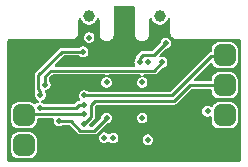
<source format=gbr>
%TF.GenerationSoftware,KiCad,Pcbnew,7.0.2-6a45011f42~172~ubuntu22.04.1*%
%TF.CreationDate,2023-05-29T23:15:52+12:00*%
%TF.ProjectId,THE_BRAWN-20A_LOGIC,5448455f-4252-4415-974e-2d3230415f4c,v2.0*%
%TF.SameCoordinates,Original*%
%TF.FileFunction,Copper,L2,Inr*%
%TF.FilePolarity,Positive*%
%FSLAX46Y46*%
G04 Gerber Fmt 4.6, Leading zero omitted, Abs format (unit mm)*
G04 Created by KiCad (PCBNEW 7.0.2-6a45011f42~172~ubuntu22.04.1) date 2023-05-29 23:15:52*
%MOMM*%
%LPD*%
G01*
G04 APERTURE LIST*
G04 Aperture macros list*
%AMRoundRect*
0 Rectangle with rounded corners*
0 $1 Rounding radius*
0 $2 $3 $4 $5 $6 $7 $8 $9 X,Y pos of 4 corners*
0 Add a 4 corners polygon primitive as box body*
4,1,4,$2,$3,$4,$5,$6,$7,$8,$9,$2,$3,0*
0 Add four circle primitives for the rounded corners*
1,1,$1+$1,$2,$3*
1,1,$1+$1,$4,$5*
1,1,$1+$1,$6,$7*
1,1,$1+$1,$8,$9*
0 Add four rect primitives between the rounded corners*
20,1,$1+$1,$2,$3,$4,$5,0*
20,1,$1+$1,$4,$5,$6,$7,0*
20,1,$1+$1,$6,$7,$8,$9,0*
20,1,$1+$1,$8,$9,$2,$3,0*%
G04 Aperture macros list end*
%TA.AperFunction,ComponentPad*%
%ADD10C,1.000000*%
%TD*%
%TA.AperFunction,ComponentPad*%
%ADD11RoundRect,0.450000X-0.450000X-0.450000X0.450000X-0.450000X0.450000X0.450000X-0.450000X0.450000X0*%
%TD*%
%TA.AperFunction,ViaPad*%
%ADD12C,0.500000*%
%TD*%
%TA.AperFunction,Conductor*%
%ADD13C,0.250000*%
%TD*%
G04 APERTURE END LIST*
D10*
%TO.N,GND*%
%TO.C,H3*%
X145500000Y-152200000D03*
%TD*%
%TO.N,/SIGNAL*%
%TO.C,H2*%
X142500000Y-152200000D03*
%TD*%
D11*
%TO.N,GND*%
%TO.C,J2*%
X137000000Y-155500000D03*
X137000000Y-158040000D03*
%TO.N,/A_FET_N2*%
X137000000Y-160580000D03*
%TO.N,/A_FET_N1*%
X137000000Y-163120000D03*
%TD*%
D10*
%TO.N,/INVERT*%
%TO.C,H1*%
X148500000Y-152200000D03*
%TD*%
D11*
%TO.N,/A_FET_N1_HS*%
%TO.C,J1*%
X154000000Y-155500000D03*
%TO.N,/A_FET_N2_HS*%
X154000000Y-158040000D03*
%TO.N,VCC*%
X154000000Y-160580000D03*
%TO.N,GND*%
X154000000Y-163120000D03*
%TD*%
D12*
%TO.N,GND*%
X136150000Y-159300000D03*
X145500000Y-160000000D03*
X152600000Y-158600000D03*
X154875000Y-161850000D03*
X154875000Y-159300000D03*
X137822216Y-161851125D03*
X153075000Y-156775000D03*
X137875000Y-159325000D03*
X137850000Y-156775000D03*
X144850000Y-153500000D03*
X148700000Y-161300000D03*
X149150000Y-153650000D03*
X142300000Y-156100000D03*
X153125000Y-161850000D03*
X142350000Y-157500000D03*
X152300000Y-163300000D03*
X154900000Y-156754538D03*
X139650000Y-157750000D03*
X146150000Y-153500000D03*
X147850000Y-153649502D03*
X140375500Y-163150500D03*
X152200000Y-161800000D03*
X146000000Y-162400000D03*
X143124500Y-153649502D03*
X152300000Y-155000000D03*
X148400000Y-157500000D03*
X136150000Y-156775000D03*
X138600000Y-155200000D03*
X141850000Y-153649502D03*
X136150000Y-161850000D03*
%TO.N,+3.3V*%
X147000000Y-160800000D03*
X152550000Y-160250000D03*
%TO.N,/SIGNAL*%
X142519435Y-154000498D03*
X147500000Y-162650000D03*
%TO.N,/LED_GREEN*%
X148700000Y-156100000D03*
X143800864Y-162472567D03*
X138799500Y-157982621D03*
%TO.N,/nRST*%
X147000000Y-157800000D03*
%TO.N,/A_FET_N1*%
X142100000Y-159700000D03*
X138343800Y-159925500D03*
%TO.N,/A_FET_N1_HS*%
X142100000Y-158900000D03*
%TO.N,/LED_RED*%
X142000498Y-155193502D03*
X138396298Y-158858575D03*
X144550000Y-162500000D03*
%TO.N,/V_BATT*%
X147505452Y-156100004D03*
%TO.N,/SWDIO*%
X144000000Y-157800000D03*
%TO.N,/SWDCLK*%
X139974500Y-161074500D03*
X144000000Y-160800000D03*
%TO.N,/A_FET_N2_HS*%
X142075000Y-161300000D03*
%TO.N,/A_FET_N2*%
X142100000Y-160500000D03*
%TO.N,/INVERT*%
X148999500Y-154494000D03*
X146805950Y-156099502D03*
%TD*%
D13*
%TO.N,/LED_GREEN*%
X139274569Y-156800000D02*
X138799500Y-157275069D01*
X148700000Y-156100000D02*
X148000000Y-156800000D01*
X138799500Y-157899500D02*
X138900000Y-158000000D01*
X138799500Y-157275069D02*
X138799500Y-157899500D01*
X148000000Y-156800000D02*
X139274569Y-156800000D01*
%TO.N,/A_FET_N1*%
X141650000Y-159700000D02*
X142100000Y-159700000D01*
X141424500Y-159925500D02*
X141650000Y-159700000D01*
X138343800Y-159925500D02*
X141424500Y-159925500D01*
%TO.N,/A_FET_N1_HS*%
X154000000Y-155500000D02*
X153925000Y-155575000D01*
X152875000Y-155575000D02*
X149550000Y-158900000D01*
X149550000Y-158900000D02*
X142100000Y-158900000D01*
X153925000Y-155575000D02*
X152875000Y-155575000D01*
%TO.N,/LED_RED*%
X138225000Y-158388173D02*
X138225000Y-157213173D01*
X140244671Y-155193502D02*
X142000498Y-155193502D01*
X138396298Y-158858575D02*
X138396298Y-158559471D01*
X138396298Y-158559471D02*
X138225000Y-158388173D01*
X138225000Y-157213173D02*
X140244671Y-155193502D01*
%TO.N,/SWDCLK*%
X140974500Y-161074500D02*
X141775000Y-161875000D01*
X139974500Y-161074500D02*
X140974500Y-161074500D01*
X142925000Y-161875000D02*
X144000000Y-160800000D01*
X141775000Y-161875000D02*
X142925000Y-161875000D01*
%TO.N,/A_FET_N2_HS*%
X142675000Y-160738173D02*
X142675000Y-159675000D01*
X142675000Y-159675000D02*
X143000000Y-159350000D01*
X142075000Y-161300000D02*
X142113173Y-161300000D01*
X151061396Y-158025000D02*
X153985000Y-158025000D01*
X143000000Y-159350000D02*
X149736396Y-159350000D01*
X149736396Y-159350000D02*
X151061396Y-158025000D01*
X153985000Y-158025000D02*
X154000000Y-158040000D01*
X142113173Y-161300000D02*
X142675000Y-160738173D01*
%TO.N,/A_FET_N2*%
X142100000Y-160500000D02*
X137080000Y-160500000D01*
%TO.N,/INVERT*%
X146805950Y-155700852D02*
X146805950Y-156099502D01*
X148043500Y-155450000D02*
X147056802Y-155450000D01*
X147056802Y-155450000D02*
X146805950Y-155700852D01*
X148999500Y-154494000D02*
X148043500Y-155450000D01*
%TD*%
%TA.AperFunction,Conductor*%
%TO.N,GND*%
G36*
X146342539Y-151320185D02*
G01*
X146388294Y-151372989D01*
X146399500Y-151424500D01*
X146399500Y-153767660D01*
X146429610Y-153899587D01*
X146472135Y-153987888D01*
X146488325Y-154021507D01*
X146572695Y-154127305D01*
X146678493Y-154211675D01*
X146753787Y-154247935D01*
X146800412Y-154270389D01*
X146932339Y-154300500D01*
X146932340Y-154300500D01*
X147067661Y-154300500D01*
X147133623Y-154285444D01*
X147199588Y-154270389D01*
X147321507Y-154211675D01*
X147427305Y-154127305D01*
X147511675Y-154021507D01*
X147570389Y-153899588D01*
X147600500Y-153767660D01*
X147600500Y-153700000D01*
X147600500Y-153673071D01*
X147600500Y-152480298D01*
X147620185Y-152413259D01*
X147672989Y-152367504D01*
X147742147Y-152357560D01*
X147805703Y-152386585D01*
X147840442Y-152436327D01*
X147875182Y-152527930D01*
X147971815Y-152667927D01*
X147971816Y-152667928D01*
X147971817Y-152667929D01*
X148099148Y-152780734D01*
X148249775Y-152859790D01*
X148414944Y-152900500D01*
X148414945Y-152900500D01*
X148585055Y-152900500D01*
X148585056Y-152900500D01*
X148750225Y-152859790D01*
X148900852Y-152780734D01*
X149028183Y-152667929D01*
X149124818Y-152527930D01*
X149159558Y-152436326D01*
X149201735Y-152380625D01*
X149267333Y-152356567D01*
X149335523Y-152371794D01*
X149384657Y-152421469D01*
X149399500Y-152480298D01*
X149399500Y-153617660D01*
X149429610Y-153749587D01*
X149488324Y-153871505D01*
X149488325Y-153871507D01*
X149572695Y-153977305D01*
X149678493Y-154061675D01*
X149800411Y-154120389D01*
X149800412Y-154120389D01*
X149932339Y-154150500D01*
X149932340Y-154150500D01*
X149984083Y-154150500D01*
X155275500Y-154150500D01*
X155342539Y-154170185D01*
X155388294Y-154222989D01*
X155399500Y-154274500D01*
X155399500Y-164375500D01*
X155379815Y-164442539D01*
X155327011Y-164488294D01*
X155275500Y-164499500D01*
X135724500Y-164499500D01*
X135657461Y-164479815D01*
X135611706Y-164427011D01*
X135600500Y-164375500D01*
X135600500Y-163635694D01*
X135899500Y-163635694D01*
X135899690Y-163638114D01*
X135899691Y-163638128D01*
X135902402Y-163672572D01*
X135948255Y-163830397D01*
X135948256Y-163830398D01*
X136031919Y-163971865D01*
X136148135Y-164088081D01*
X136289601Y-164171744D01*
X136289602Y-164171744D01*
X136447427Y-164217597D01*
X136447431Y-164217598D01*
X136484306Y-164220500D01*
X136486751Y-164220500D01*
X137513249Y-164220500D01*
X137515694Y-164220500D01*
X137552569Y-164217598D01*
X137710398Y-164171744D01*
X137851865Y-164088081D01*
X137968081Y-163971865D01*
X138051744Y-163830398D01*
X138097598Y-163672569D01*
X138100500Y-163635694D01*
X138100500Y-162604306D01*
X138097598Y-162567431D01*
X138070037Y-162472567D01*
X143345731Y-162472567D01*
X143364166Y-162600793D01*
X143417982Y-162718631D01*
X143441752Y-162746063D01*
X143502815Y-162816534D01*
X143531504Y-162834971D01*
X143611795Y-162886572D01*
X143736091Y-162923067D01*
X143736092Y-162923067D01*
X143865637Y-162923067D01*
X143957605Y-162896063D01*
X143989933Y-162886571D01*
X144091557Y-162821261D01*
X144158590Y-162801578D01*
X144225630Y-162821262D01*
X144251497Y-162843675D01*
X144360931Y-162914005D01*
X144485227Y-162950500D01*
X144485228Y-162950500D01*
X144614773Y-162950500D01*
X144739068Y-162914005D01*
X144781754Y-162886572D01*
X144848049Y-162843967D01*
X144932882Y-162746063D01*
X144976753Y-162650000D01*
X147044867Y-162650000D01*
X147063302Y-162778226D01*
X147117118Y-162896064D01*
X147164287Y-162950500D01*
X147201951Y-162993967D01*
X147230640Y-163012404D01*
X147310931Y-163064005D01*
X147435227Y-163100500D01*
X147435228Y-163100500D01*
X147564773Y-163100500D01*
X147689068Y-163064005D01*
X147717758Y-163045566D01*
X147798049Y-162993967D01*
X147882882Y-162896063D01*
X147936697Y-162778226D01*
X147955133Y-162650000D01*
X147936697Y-162521774D01*
X147882882Y-162403937D01*
X147882881Y-162403936D01*
X147882881Y-162403935D01*
X147798049Y-162306033D01*
X147689068Y-162235994D01*
X147564773Y-162199500D01*
X147564772Y-162199500D01*
X147435228Y-162199500D01*
X147435227Y-162199500D01*
X147310931Y-162235994D01*
X147201950Y-162306033D01*
X147117118Y-162403935D01*
X147063302Y-162521773D01*
X147044867Y-162650000D01*
X144976753Y-162650000D01*
X144986697Y-162628226D01*
X145005133Y-162500000D01*
X144986697Y-162371774D01*
X144932882Y-162253937D01*
X144932881Y-162253936D01*
X144932881Y-162253935D01*
X144848049Y-162156033D01*
X144739068Y-162085994D01*
X144614773Y-162049500D01*
X144614772Y-162049500D01*
X144485228Y-162049500D01*
X144485227Y-162049500D01*
X144360932Y-162085994D01*
X144259309Y-162151303D01*
X144192269Y-162170987D01*
X144125230Y-162151302D01*
X144099372Y-162128895D01*
X143989932Y-162058561D01*
X143865637Y-162022067D01*
X143865636Y-162022067D01*
X143736092Y-162022067D01*
X143736091Y-162022067D01*
X143611795Y-162058561D01*
X143502814Y-162128600D01*
X143417982Y-162226502D01*
X143364166Y-162344340D01*
X143345731Y-162472567D01*
X138070037Y-162472567D01*
X138051744Y-162409602D01*
X137968081Y-162268135D01*
X137851865Y-162151919D01*
X137843679Y-162147078D01*
X137710397Y-162068255D01*
X137552572Y-162022402D01*
X137518128Y-162019691D01*
X137518114Y-162019690D01*
X137515694Y-162019500D01*
X136484306Y-162019500D01*
X136481886Y-162019690D01*
X136481871Y-162019691D01*
X136447427Y-162022402D01*
X136289602Y-162068255D01*
X136148134Y-162151919D01*
X136031919Y-162268134D01*
X135948255Y-162409602D01*
X135902402Y-162567427D01*
X135899691Y-162601871D01*
X135899690Y-162601886D01*
X135899500Y-162604306D01*
X135899500Y-163635694D01*
X135600500Y-163635694D01*
X135600500Y-161095694D01*
X135899500Y-161095694D01*
X135899690Y-161098114D01*
X135899691Y-161098128D01*
X135902402Y-161132572D01*
X135948255Y-161290397D01*
X136008048Y-161391502D01*
X136031919Y-161431865D01*
X136148135Y-161548081D01*
X136289602Y-161631744D01*
X136447427Y-161677597D01*
X136447431Y-161677598D01*
X136484306Y-161680500D01*
X136486751Y-161680500D01*
X137513249Y-161680500D01*
X137515694Y-161680500D01*
X137552569Y-161677598D01*
X137710398Y-161631744D01*
X137851865Y-161548081D01*
X137968081Y-161431865D01*
X138051744Y-161290398D01*
X138097598Y-161132569D01*
X138100500Y-161095694D01*
X138100500Y-160949500D01*
X138120185Y-160882461D01*
X138172989Y-160836706D01*
X138224500Y-160825500D01*
X139412064Y-160825500D01*
X139479103Y-160845185D01*
X139524858Y-160897989D01*
X139534801Y-160967146D01*
X139522323Y-161053938D01*
X139519367Y-161074500D01*
X139537802Y-161202726D01*
X139591618Y-161320564D01*
X139676450Y-161418466D01*
X139676451Y-161418467D01*
X139697299Y-161431865D01*
X139785431Y-161488505D01*
X139909727Y-161525000D01*
X139909728Y-161525000D01*
X140039273Y-161525000D01*
X140163568Y-161488505D01*
X140270654Y-161419685D01*
X140337694Y-161400000D01*
X140788312Y-161400000D01*
X140855351Y-161419685D01*
X140875993Y-161436319D01*
X141530950Y-162091276D01*
X141538258Y-162099250D01*
X141562545Y-162128194D01*
X141586594Y-162142079D01*
X141595256Y-162147080D01*
X141604379Y-162152892D01*
X141635316Y-162174554D01*
X141635317Y-162174554D01*
X141636198Y-162175171D01*
X141660891Y-162185400D01*
X141661954Y-162185587D01*
X141661955Y-162185588D01*
X141699143Y-162192145D01*
X141709706Y-162194487D01*
X141746192Y-162204264D01*
X141746192Y-162204263D01*
X141746193Y-162204264D01*
X141783819Y-162200971D01*
X141794627Y-162200500D01*
X142905373Y-162200500D01*
X142916180Y-162200971D01*
X142953807Y-162204264D01*
X142990324Y-162194478D01*
X143000830Y-162192149D01*
X143038045Y-162185588D01*
X143038047Y-162185586D01*
X143039112Y-162185399D01*
X143063799Y-162175173D01*
X143064682Y-162174554D01*
X143064684Y-162174554D01*
X143095625Y-162152887D01*
X143104722Y-162147091D01*
X143137455Y-162128194D01*
X143161748Y-162099241D01*
X143169035Y-162091289D01*
X143973506Y-161286819D01*
X144034830Y-161253334D01*
X144061188Y-161250500D01*
X144064773Y-161250500D01*
X144189068Y-161214005D01*
X144254780Y-161171774D01*
X144298049Y-161143967D01*
X144382882Y-161046063D01*
X144436697Y-160928226D01*
X144455133Y-160800000D01*
X146544867Y-160800000D01*
X146563302Y-160928226D01*
X146617118Y-161046064D01*
X146679794Y-161118396D01*
X146701951Y-161143967D01*
X146718675Y-161154715D01*
X146810931Y-161214005D01*
X146935227Y-161250500D01*
X146935228Y-161250500D01*
X147064773Y-161250500D01*
X147189068Y-161214005D01*
X147254780Y-161171774D01*
X147298049Y-161143967D01*
X147382882Y-161046063D01*
X147436697Y-160928226D01*
X147455133Y-160800000D01*
X147436697Y-160671774D01*
X147382882Y-160553937D01*
X147382881Y-160553936D01*
X147382881Y-160553935D01*
X147298049Y-160456033D01*
X147189068Y-160385994D01*
X147064773Y-160349500D01*
X147064772Y-160349500D01*
X146935228Y-160349500D01*
X146935227Y-160349500D01*
X146810931Y-160385994D01*
X146701950Y-160456033D01*
X146617118Y-160553935D01*
X146563302Y-160671773D01*
X146544867Y-160800000D01*
X144455133Y-160800000D01*
X144436697Y-160671774D01*
X144382882Y-160553937D01*
X144382881Y-160553936D01*
X144382881Y-160553935D01*
X144298049Y-160456033D01*
X144189068Y-160385994D01*
X144064773Y-160349500D01*
X144064772Y-160349500D01*
X143935228Y-160349500D01*
X143935227Y-160349500D01*
X143810931Y-160385994D01*
X143701950Y-160456033D01*
X143617118Y-160553935D01*
X143563302Y-160671773D01*
X143551612Y-160753083D01*
X143522587Y-160816639D01*
X143516555Y-160823117D01*
X142826493Y-161513181D01*
X142765170Y-161546666D01*
X142738812Y-161549500D01*
X142637364Y-161549500D01*
X142570325Y-161529815D01*
X142524570Y-161477011D01*
X142514626Y-161407857D01*
X142516977Y-161391502D01*
X142546000Y-161327945D01*
X142552034Y-161321464D01*
X142701724Y-161171774D01*
X142891296Y-160982202D01*
X142899249Y-160974914D01*
X142928194Y-160950628D01*
X142947082Y-160917911D01*
X142952881Y-160908808D01*
X142974554Y-160877857D01*
X142974554Y-160877855D01*
X142975173Y-160876972D01*
X142985398Y-160852285D01*
X142985585Y-160851222D01*
X142985588Y-160851218D01*
X142992150Y-160813995D01*
X142994479Y-160803489D01*
X143004263Y-160766980D01*
X143000972Y-160729360D01*
X143000500Y-160718553D01*
X143000500Y-160250000D01*
X152094867Y-160250000D01*
X152113302Y-160378226D01*
X152167118Y-160496064D01*
X152217265Y-160553937D01*
X152251951Y-160593967D01*
X152280640Y-160612404D01*
X152360931Y-160664005D01*
X152485227Y-160700500D01*
X152485228Y-160700500D01*
X152614773Y-160700500D01*
X152740566Y-160663565D01*
X152810436Y-160663565D01*
X152869214Y-160701340D01*
X152898238Y-160764896D01*
X152899500Y-160782541D01*
X152899500Y-161095694D01*
X152899690Y-161098114D01*
X152899691Y-161098128D01*
X152902402Y-161132572D01*
X152948255Y-161290397D01*
X153008048Y-161391502D01*
X153031919Y-161431865D01*
X153148135Y-161548081D01*
X153289602Y-161631744D01*
X153447427Y-161677597D01*
X153447431Y-161677598D01*
X153484306Y-161680500D01*
X153486751Y-161680500D01*
X154513249Y-161680500D01*
X154515694Y-161680500D01*
X154552569Y-161677598D01*
X154710398Y-161631744D01*
X154851865Y-161548081D01*
X154968081Y-161431865D01*
X155051744Y-161290398D01*
X155097598Y-161132569D01*
X155100500Y-161095694D01*
X155100500Y-160064306D01*
X155097598Y-160027431D01*
X155084832Y-159983492D01*
X155051744Y-159869602D01*
X155046769Y-159861189D01*
X154968081Y-159728135D01*
X154851865Y-159611919D01*
X154800483Y-159581532D01*
X154710397Y-159528255D01*
X154552572Y-159482402D01*
X154518128Y-159479691D01*
X154518114Y-159479690D01*
X154515694Y-159479500D01*
X153484306Y-159479500D01*
X153481886Y-159479690D01*
X153481871Y-159479691D01*
X153447427Y-159482402D01*
X153289602Y-159528255D01*
X153148134Y-159611919D01*
X153031918Y-159728135D01*
X152970555Y-159831893D01*
X152919486Y-159879576D01*
X152850744Y-159892079D01*
X152796785Y-159873087D01*
X152739067Y-159835994D01*
X152614773Y-159799500D01*
X152614772Y-159799500D01*
X152485228Y-159799500D01*
X152485227Y-159799500D01*
X152360931Y-159835994D01*
X152251950Y-159906033D01*
X152167118Y-160003935D01*
X152113302Y-160121773D01*
X152094867Y-160250000D01*
X143000500Y-160250000D01*
X143000500Y-159861189D01*
X143020185Y-159794150D01*
X143036819Y-159773507D01*
X143098509Y-159711818D01*
X143159833Y-159678334D01*
X143186190Y-159675500D01*
X149716769Y-159675500D01*
X149727576Y-159675971D01*
X149765203Y-159679264D01*
X149801720Y-159669478D01*
X149812226Y-159667149D01*
X149849441Y-159660588D01*
X149849443Y-159660586D01*
X149850508Y-159660399D01*
X149875195Y-159650173D01*
X149876078Y-159649554D01*
X149876080Y-159649554D01*
X149907021Y-159627887D01*
X149916118Y-159622091D01*
X149948851Y-159603194D01*
X149973144Y-159574241D01*
X149980432Y-159566288D01*
X151159902Y-158386819D01*
X151221226Y-158353334D01*
X151247584Y-158350500D01*
X152775500Y-158350500D01*
X152842539Y-158370185D01*
X152888294Y-158422989D01*
X152899500Y-158474500D01*
X152899500Y-158555694D01*
X152899690Y-158558114D01*
X152899691Y-158558128D01*
X152902402Y-158592572D01*
X152948255Y-158750397D01*
X153012231Y-158858575D01*
X153031919Y-158891865D01*
X153148135Y-159008081D01*
X153289601Y-159091744D01*
X153289602Y-159091744D01*
X153447427Y-159137597D01*
X153447431Y-159137598D01*
X153484306Y-159140500D01*
X153486751Y-159140500D01*
X154513249Y-159140500D01*
X154515694Y-159140500D01*
X154552569Y-159137598D01*
X154710398Y-159091744D01*
X154851865Y-159008081D01*
X154968081Y-158891865D01*
X155051744Y-158750398D01*
X155097598Y-158592569D01*
X155100500Y-158555694D01*
X155100500Y-157524306D01*
X155097598Y-157487431D01*
X155075071Y-157409895D01*
X155051744Y-157329602D01*
X154991294Y-157227386D01*
X154968081Y-157188135D01*
X154851865Y-157071919D01*
X154802210Y-157042553D01*
X154710397Y-156988255D01*
X154552572Y-156942402D01*
X154518128Y-156939691D01*
X154518114Y-156939690D01*
X154515694Y-156939500D01*
X153484306Y-156939500D01*
X153481886Y-156939690D01*
X153481871Y-156939691D01*
X153447427Y-156942402D01*
X153289602Y-156988255D01*
X153148134Y-157071919D01*
X153031919Y-157188134D01*
X152948255Y-157329602D01*
X152902402Y-157487427D01*
X152899691Y-157521871D01*
X152899690Y-157521886D01*
X152899500Y-157524306D01*
X152899500Y-157526751D01*
X152899500Y-157575500D01*
X152879815Y-157642539D01*
X152827011Y-157688294D01*
X152775500Y-157699500D01*
X151510188Y-157699500D01*
X151443149Y-157679815D01*
X151397394Y-157627011D01*
X151387450Y-157557853D01*
X151416475Y-157494297D01*
X151422507Y-157487819D01*
X151970826Y-156939500D01*
X152744092Y-156166233D01*
X152805413Y-156132750D01*
X152875105Y-156137734D01*
X152931038Y-156179606D01*
X152939811Y-156197193D01*
X152940282Y-156196915D01*
X152983089Y-156269297D01*
X153031919Y-156351865D01*
X153148135Y-156468081D01*
X153225787Y-156514004D01*
X153289602Y-156551744D01*
X153447427Y-156597597D01*
X153447431Y-156597598D01*
X153484306Y-156600500D01*
X153486751Y-156600500D01*
X154513249Y-156600500D01*
X154515694Y-156600500D01*
X154552569Y-156597598D01*
X154710398Y-156551744D01*
X154851865Y-156468081D01*
X154968081Y-156351865D01*
X155051744Y-156210398D01*
X155097598Y-156052569D01*
X155100500Y-156015694D01*
X155100500Y-154984306D01*
X155097598Y-154947431D01*
X155096746Y-154944500D01*
X155051744Y-154789602D01*
X154968080Y-154648134D01*
X154851865Y-154531919D01*
X154710397Y-154448255D01*
X154552572Y-154402402D01*
X154518128Y-154399691D01*
X154518114Y-154399690D01*
X154515694Y-154399500D01*
X153484306Y-154399500D01*
X153481886Y-154399690D01*
X153481871Y-154399691D01*
X153447427Y-154402402D01*
X153289602Y-154448255D01*
X153148134Y-154531919D01*
X153031919Y-154648134D01*
X152948255Y-154789602D01*
X152902402Y-154947427D01*
X152899691Y-154981871D01*
X152899690Y-154981886D01*
X152899500Y-154984306D01*
X152899500Y-154986750D01*
X152899500Y-154986751D01*
X152899500Y-155136110D01*
X152879815Y-155203149D01*
X152827011Y-155248904D01*
X152797035Y-155258226D01*
X152760897Y-155264598D01*
X152736192Y-155274831D01*
X152704380Y-155297106D01*
X152695264Y-155302914D01*
X152662545Y-155321805D01*
X152638262Y-155350744D01*
X152630956Y-155358716D01*
X149451493Y-158538181D01*
X149390170Y-158571666D01*
X149363812Y-158574500D01*
X142463194Y-158574500D01*
X142396155Y-158554815D01*
X142396154Y-158554815D01*
X142289068Y-158485994D01*
X142164773Y-158449500D01*
X142164772Y-158449500D01*
X142035228Y-158449500D01*
X142035227Y-158449500D01*
X141910931Y-158485994D01*
X141801950Y-158556033D01*
X141717118Y-158653935D01*
X141663302Y-158771773D01*
X141644867Y-158900000D01*
X141663302Y-159028226D01*
X141717118Y-159146064D01*
X141735110Y-159166828D01*
X141764135Y-159230384D01*
X141754191Y-159299542D01*
X141708436Y-159352346D01*
X141641396Y-159372030D01*
X141630592Y-159371558D01*
X141621193Y-159370735D01*
X141584710Y-159380511D01*
X141574155Y-159382852D01*
X141562814Y-159384851D01*
X141536955Y-159389412D01*
X141536953Y-159389412D01*
X141535897Y-159389599D01*
X141511192Y-159399832D01*
X141479378Y-159422107D01*
X141470261Y-159427915D01*
X141437546Y-159446803D01*
X141413267Y-159475738D01*
X141405961Y-159483711D01*
X141325992Y-159563681D01*
X141264669Y-159597166D01*
X141238310Y-159600000D01*
X138706994Y-159600000D01*
X138639955Y-159580315D01*
X138639954Y-159580315D01*
X138522577Y-159504881D01*
X138476823Y-159452077D01*
X138466879Y-159382919D01*
X138495904Y-159319363D01*
X138554682Y-159281589D01*
X138554684Y-159281588D01*
X138585367Y-159272579D01*
X138694347Y-159202542D01*
X138779180Y-159104638D01*
X138832995Y-158986801D01*
X138851431Y-158858575D01*
X138832995Y-158730349D01*
X138779180Y-158612512D01*
X138779179Y-158612511D01*
X138776450Y-158606535D01*
X138766506Y-158537377D01*
X138795530Y-158473821D01*
X138854308Y-158436046D01*
X138854311Y-158436045D01*
X138864269Y-158433121D01*
X138864272Y-158433121D01*
X138988569Y-158396625D01*
X139097549Y-158326588D01*
X139182382Y-158228684D01*
X139236197Y-158110847D01*
X139254633Y-157982621D01*
X139236197Y-157854395D01*
X139182382Y-157736558D01*
X139155284Y-157705285D01*
X139126262Y-157641729D01*
X139125000Y-157624085D01*
X139125000Y-157461257D01*
X139144685Y-157394218D01*
X139161319Y-157373576D01*
X139373076Y-157161819D01*
X139434399Y-157128334D01*
X139460757Y-157125500D01*
X143835660Y-157125500D01*
X143902699Y-157145185D01*
X143948454Y-157197989D01*
X143958398Y-157267147D01*
X143929373Y-157330703D01*
X143870595Y-157368477D01*
X143870594Y-157368477D01*
X143810931Y-157385994D01*
X143701950Y-157456033D01*
X143617118Y-157553935D01*
X143563302Y-157671773D01*
X143544867Y-157800000D01*
X143563302Y-157928226D01*
X143617118Y-158046064D01*
X143701950Y-158143966D01*
X143701951Y-158143967D01*
X143730640Y-158162404D01*
X143810931Y-158214005D01*
X143935227Y-158250500D01*
X143935228Y-158250500D01*
X144064773Y-158250500D01*
X144189068Y-158214005D01*
X144217758Y-158195566D01*
X144298049Y-158143967D01*
X144382882Y-158046063D01*
X144436697Y-157928226D01*
X144455133Y-157800000D01*
X144436697Y-157671774D01*
X144436039Y-157670334D01*
X144382881Y-157553935D01*
X144298049Y-157456033D01*
X144189068Y-157385994D01*
X144129406Y-157368477D01*
X144070628Y-157330704D01*
X144041602Y-157267148D01*
X144051545Y-157197989D01*
X144097300Y-157145185D01*
X144164339Y-157125500D01*
X146835660Y-157125500D01*
X146902699Y-157145185D01*
X146948454Y-157197989D01*
X146958398Y-157267147D01*
X146929373Y-157330703D01*
X146870595Y-157368477D01*
X146870594Y-157368477D01*
X146810931Y-157385994D01*
X146701950Y-157456033D01*
X146617118Y-157553935D01*
X146563302Y-157671773D01*
X146544867Y-157800000D01*
X146563302Y-157928226D01*
X146617118Y-158046064D01*
X146701950Y-158143966D01*
X146701951Y-158143967D01*
X146730640Y-158162404D01*
X146810931Y-158214005D01*
X146935227Y-158250500D01*
X146935228Y-158250500D01*
X147064773Y-158250500D01*
X147189068Y-158214005D01*
X147217758Y-158195566D01*
X147298049Y-158143967D01*
X147382882Y-158046063D01*
X147436697Y-157928226D01*
X147455133Y-157800000D01*
X147436697Y-157671774D01*
X147436039Y-157670334D01*
X147382881Y-157553935D01*
X147298049Y-157456033D01*
X147189068Y-157385994D01*
X147129406Y-157368477D01*
X147070628Y-157330704D01*
X147041602Y-157267148D01*
X147051545Y-157197989D01*
X147097300Y-157145185D01*
X147164339Y-157125500D01*
X147980373Y-157125500D01*
X147991180Y-157125971D01*
X148028807Y-157129264D01*
X148065324Y-157119478D01*
X148075830Y-157117149D01*
X148113045Y-157110588D01*
X148113047Y-157110586D01*
X148114112Y-157110399D01*
X148138799Y-157100173D01*
X148139682Y-157099554D01*
X148139684Y-157099554D01*
X148170625Y-157077887D01*
X148179722Y-157072091D01*
X148212455Y-157053194D01*
X148236748Y-157024241D01*
X148244024Y-157016300D01*
X148673509Y-156586816D01*
X148734831Y-156553334D01*
X148761189Y-156550500D01*
X148764773Y-156550500D01*
X148889068Y-156514005D01*
X148917758Y-156495566D01*
X148998049Y-156443967D01*
X149082882Y-156346063D01*
X149136697Y-156228226D01*
X149155133Y-156100000D01*
X149136698Y-155971778D01*
X149136697Y-155971773D01*
X149082881Y-155853935D01*
X148998049Y-155756033D01*
X148889068Y-155685994D01*
X148764773Y-155649500D01*
X148764772Y-155649500D01*
X148635228Y-155649500D01*
X148635225Y-155649500D01*
X148632915Y-155650178D01*
X148563046Y-155650174D01*
X148504270Y-155612397D01*
X148475248Y-155548839D01*
X148485195Y-155479681D01*
X148510300Y-155443525D01*
X148973009Y-154980816D01*
X149034331Y-154947334D01*
X149060689Y-154944500D01*
X149064273Y-154944500D01*
X149188568Y-154908005D01*
X149237817Y-154876354D01*
X149297549Y-154837967D01*
X149382382Y-154740063D01*
X149436197Y-154622226D01*
X149454633Y-154494000D01*
X149436197Y-154365774D01*
X149426465Y-154344465D01*
X149382381Y-154247935D01*
X149297549Y-154150033D01*
X149188568Y-154079994D01*
X149064273Y-154043500D01*
X149064272Y-154043500D01*
X148934728Y-154043500D01*
X148934727Y-154043500D01*
X148810431Y-154079994D01*
X148701450Y-154150033D01*
X148616618Y-154247935D01*
X148562802Y-154365773D01*
X148551112Y-154447083D01*
X148522087Y-154510639D01*
X148516055Y-154517117D01*
X147944993Y-155088181D01*
X147883670Y-155121666D01*
X147857312Y-155124500D01*
X147076419Y-155124500D01*
X147065611Y-155124028D01*
X147027993Y-155120736D01*
X146991512Y-155130511D01*
X146980957Y-155132852D01*
X146969616Y-155134851D01*
X146943757Y-155139412D01*
X146943755Y-155139412D01*
X146942699Y-155139599D01*
X146917994Y-155149831D01*
X146886181Y-155172107D01*
X146877062Y-155177917D01*
X146844347Y-155196805D01*
X146820069Y-155225739D01*
X146812761Y-155233713D01*
X146589664Y-155456810D01*
X146581691Y-155464116D01*
X146552756Y-155488396D01*
X146533864Y-155521116D01*
X146528056Y-155530232D01*
X146505781Y-155562045D01*
X146495547Y-155586751D01*
X146488802Y-155625000D01*
X146486462Y-155635556D01*
X146476685Y-155672043D01*
X146479978Y-155709669D01*
X146480450Y-155720478D01*
X146480450Y-155740966D01*
X146460765Y-155808005D01*
X146450165Y-155822167D01*
X146423067Y-155853440D01*
X146369252Y-155971275D01*
X146350817Y-156099502D01*
X146369252Y-156227728D01*
X146401796Y-156298988D01*
X146411740Y-156368147D01*
X146382715Y-156431703D01*
X146323937Y-156469477D01*
X146289002Y-156474500D01*
X139723361Y-156474500D01*
X139656322Y-156454815D01*
X139610567Y-156402011D01*
X139600623Y-156332853D01*
X139629648Y-156269297D01*
X139635680Y-156262819D01*
X140343178Y-155555321D01*
X140404501Y-155521836D01*
X140430859Y-155519002D01*
X141637304Y-155519002D01*
X141704343Y-155538687D01*
X141704344Y-155538687D01*
X141811429Y-155607507D01*
X141935725Y-155644002D01*
X141935726Y-155644002D01*
X142065271Y-155644002D01*
X142189566Y-155607507D01*
X142239814Y-155575214D01*
X142298547Y-155537469D01*
X142383380Y-155439565D01*
X142437195Y-155321728D01*
X142455631Y-155193502D01*
X142437195Y-155065276D01*
X142383380Y-154947439D01*
X142383379Y-154947438D01*
X142383379Y-154947437D01*
X142298547Y-154849535D01*
X142189566Y-154779496D01*
X142065271Y-154743002D01*
X142065270Y-154743002D01*
X141935726Y-154743002D01*
X141935725Y-154743002D01*
X141811429Y-154779496D01*
X141704344Y-154848317D01*
X141637304Y-154868002D01*
X140264290Y-154868002D01*
X140253483Y-154867530D01*
X140250969Y-154867310D01*
X140215862Y-154864238D01*
X140179381Y-154874013D01*
X140168826Y-154876354D01*
X140157485Y-154878353D01*
X140131626Y-154882914D01*
X140131624Y-154882914D01*
X140130568Y-154883101D01*
X140105863Y-154893333D01*
X140074051Y-154915608D01*
X140064935Y-154921416D01*
X140032216Y-154940307D01*
X140007933Y-154969246D01*
X140000627Y-154977218D01*
X138008714Y-156969131D01*
X138000741Y-156976437D01*
X137971806Y-157000717D01*
X137952914Y-157033437D01*
X137947106Y-157042553D01*
X137924831Y-157074366D01*
X137914597Y-157099072D01*
X137907852Y-157137321D01*
X137905512Y-157147877D01*
X137895735Y-157184364D01*
X137899028Y-157221990D01*
X137899500Y-157232799D01*
X137899500Y-158368545D01*
X137899028Y-158379353D01*
X137895735Y-158416980D01*
X137905512Y-158453469D01*
X137907853Y-158464025D01*
X137914599Y-158502280D01*
X137924829Y-158526976D01*
X137925446Y-158527857D01*
X137947112Y-158558800D01*
X137952915Y-158567909D01*
X137966104Y-158590752D01*
X137982578Y-158658652D01*
X137971513Y-158704265D01*
X137959600Y-158730349D01*
X137941165Y-158858575D01*
X137959600Y-158986801D01*
X138013416Y-159104639D01*
X138098247Y-159202541D01*
X138217520Y-159279193D01*
X138263275Y-159331997D01*
X138273218Y-159401155D01*
X138244193Y-159464711D01*
X138185416Y-159502485D01*
X138154731Y-159511495D01*
X138045751Y-159581532D01*
X138033415Y-159595769D01*
X138029750Y-159600000D01*
X138028853Y-159601035D01*
X137970075Y-159638809D01*
X137900205Y-159638809D01*
X137866121Y-159618585D01*
X137865348Y-159619893D01*
X137710397Y-159528255D01*
X137552572Y-159482402D01*
X137518128Y-159479691D01*
X137518114Y-159479690D01*
X137515694Y-159479500D01*
X136484306Y-159479500D01*
X136481886Y-159479690D01*
X136481871Y-159479691D01*
X136447427Y-159482402D01*
X136289602Y-159528255D01*
X136148134Y-159611919D01*
X136031919Y-159728134D01*
X135948255Y-159869602D01*
X135902402Y-160027427D01*
X135899691Y-160061871D01*
X135899690Y-160061886D01*
X135899500Y-160064306D01*
X135899500Y-161095694D01*
X135600500Y-161095694D01*
X135600500Y-154274500D01*
X135620185Y-154207461D01*
X135672989Y-154161706D01*
X135724500Y-154150500D01*
X141067661Y-154150500D01*
X141169286Y-154127305D01*
X141199588Y-154120389D01*
X141321507Y-154061675D01*
X141398222Y-154000498D01*
X142064302Y-154000498D01*
X142082737Y-154128724D01*
X142136553Y-154246562D01*
X142221385Y-154344464D01*
X142221386Y-154344465D01*
X142250075Y-154362902D01*
X142330366Y-154414503D01*
X142454662Y-154450998D01*
X142454663Y-154450998D01*
X142584208Y-154450998D01*
X142708503Y-154414503D01*
X142784326Y-154365774D01*
X142817484Y-154344465D01*
X142902317Y-154246561D01*
X142956132Y-154128724D01*
X142974568Y-154000498D01*
X142956132Y-153872272D01*
X142937963Y-153832489D01*
X142902316Y-153754433D01*
X142817484Y-153656531D01*
X142708503Y-153586492D01*
X142584208Y-153549998D01*
X142584207Y-153549998D01*
X142454663Y-153549998D01*
X142454662Y-153549998D01*
X142330366Y-153586492D01*
X142221385Y-153656531D01*
X142136553Y-153754433D01*
X142082737Y-153872271D01*
X142064302Y-154000498D01*
X141398222Y-154000498D01*
X141427305Y-153977305D01*
X141511675Y-153871507D01*
X141570389Y-153749588D01*
X141600500Y-153617660D01*
X141600500Y-153550000D01*
X141600500Y-153523071D01*
X141600500Y-152480298D01*
X141620185Y-152413259D01*
X141672989Y-152367504D01*
X141742147Y-152357560D01*
X141805703Y-152386585D01*
X141840442Y-152436327D01*
X141875182Y-152527930D01*
X141971815Y-152667927D01*
X141971816Y-152667928D01*
X141971817Y-152667929D01*
X142099148Y-152780734D01*
X142249775Y-152859790D01*
X142414944Y-152900500D01*
X142414945Y-152900500D01*
X142585055Y-152900500D01*
X142585056Y-152900500D01*
X142750225Y-152859790D01*
X142900852Y-152780734D01*
X143028183Y-152667929D01*
X143124818Y-152527930D01*
X143159558Y-152436326D01*
X143201735Y-152380625D01*
X143267333Y-152356567D01*
X143335523Y-152371794D01*
X143384657Y-152421469D01*
X143399500Y-152480298D01*
X143399500Y-153767660D01*
X143429610Y-153899587D01*
X143472135Y-153987888D01*
X143488325Y-154021507D01*
X143572695Y-154127305D01*
X143678493Y-154211675D01*
X143753787Y-154247935D01*
X143800412Y-154270389D01*
X143932339Y-154300500D01*
X143932340Y-154300500D01*
X144067661Y-154300500D01*
X144133623Y-154285444D01*
X144199588Y-154270389D01*
X144321507Y-154211675D01*
X144427305Y-154127305D01*
X144511675Y-154021507D01*
X144570389Y-153899588D01*
X144600500Y-153767660D01*
X144600500Y-153700000D01*
X144600500Y-153673071D01*
X144600500Y-153673070D01*
X144600500Y-151424499D01*
X144620185Y-151357461D01*
X144672989Y-151311706D01*
X144724500Y-151300500D01*
X146275500Y-151300500D01*
X146342539Y-151320185D01*
G37*
%TD.AperFunction*%
%TD*%
M02*

</source>
